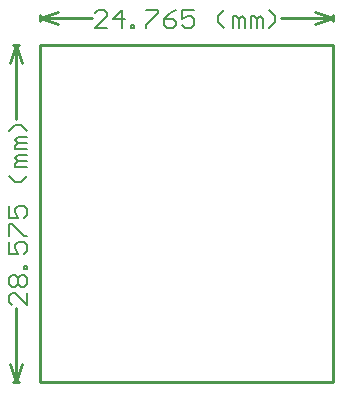
<source format=gko>
G04 Layer_Color=16711935*
%FSLAX25Y25*%
%MOIN*%
G70*
G01*
G75*
%ADD14C,0.01000*%
%ADD29C,0.00600*%
D14*
X366000Y212500D02*
X368000D01*
X366000Y100000D02*
X368000D01*
X367000Y212500D02*
X369000Y206500D01*
X365000D02*
X367000Y212500D01*
Y100000D02*
X369000Y106000D01*
X365000D02*
X367000Y100000D01*
Y187840D02*
Y212500D01*
Y100000D02*
Y124660D01*
X472500Y220500D02*
Y222500D01*
X375000Y220500D02*
Y222500D01*
X466500Y219500D02*
X472500Y221500D01*
X466500Y223500D02*
X472500Y221500D01*
X375000D02*
X381000Y219500D01*
X375000Y221500D02*
X381000Y223500D01*
X455340Y221500D02*
X472500D01*
X375000D02*
X392160D01*
X375000Y100000D02*
Y212500D01*
X472500D01*
Y100000D02*
Y212500D01*
X375000Y100000D02*
X472500D01*
D29*
X370599Y129658D02*
Y125660D01*
X366600Y129658D01*
X365601D01*
X364601Y128659D01*
Y126659D01*
X365601Y125660D01*
Y131658D02*
X364601Y132657D01*
Y134657D01*
X365601Y135656D01*
X366600D01*
X367600Y134657D01*
X368600Y135656D01*
X369599D01*
X370599Y134657D01*
Y132657D01*
X369599Y131658D01*
X368600D01*
X367600Y132657D01*
X366600Y131658D01*
X365601D01*
X367600Y132657D02*
Y134657D01*
X370599Y137656D02*
X369599D01*
Y138655D01*
X370599D01*
Y137656D01*
X364601Y146653D02*
Y142654D01*
X367600D01*
X366600Y144653D01*
Y145653D01*
X367600Y146653D01*
X369599D01*
X370599Y145653D01*
Y143654D01*
X369599Y142654D01*
X364601Y148652D02*
Y152651D01*
X365601D01*
X369599Y148652D01*
X370599D01*
X364601Y158649D02*
Y154650D01*
X367600D01*
X366600Y156650D01*
Y157649D01*
X367600Y158649D01*
X369599D01*
X370599Y157649D01*
Y155650D01*
X369599Y154650D01*
X370599Y168646D02*
X368600Y166646D01*
X366600D01*
X364601Y168646D01*
X370599Y171645D02*
X366600D01*
Y172644D01*
X367600Y173644D01*
X370599D01*
X367600D01*
X366600Y174644D01*
X367600Y175644D01*
X370599D01*
Y177643D02*
X366600D01*
Y178643D01*
X367600Y179642D01*
X370599D01*
X367600D01*
X366600Y180642D01*
X367600Y181642D01*
X370599D01*
Y183641D02*
X368600Y185640D01*
X366600D01*
X364601Y183641D01*
X397158Y217901D02*
X393160D01*
X397158Y221900D01*
Y222899D01*
X396159Y223899D01*
X394159D01*
X393160Y222899D01*
X402157Y217901D02*
Y223899D01*
X399158Y220900D01*
X403157D01*
X405156Y217901D02*
Y218901D01*
X406155D01*
Y217901D01*
X405156D01*
X410154Y223899D02*
X414153D01*
Y222899D01*
X410154Y218901D01*
Y217901D01*
X420151Y223899D02*
X418152Y222899D01*
X416152Y220900D01*
Y218901D01*
X417152Y217901D01*
X419151D01*
X420151Y218901D01*
Y219900D01*
X419151Y220900D01*
X416152D01*
X426149Y223899D02*
X422150D01*
Y220900D01*
X424150Y221900D01*
X425149D01*
X426149Y220900D01*
Y218901D01*
X425149Y217901D01*
X423150D01*
X422150Y218901D01*
X436146Y217901D02*
X434146Y219900D01*
Y221900D01*
X436146Y223899D01*
X439145Y217901D02*
Y221900D01*
X440144D01*
X441144Y220900D01*
Y217901D01*
Y220900D01*
X442144Y221900D01*
X443144Y220900D01*
Y217901D01*
X445143D02*
Y221900D01*
X446143D01*
X447142Y220900D01*
Y217901D01*
Y220900D01*
X448142Y221900D01*
X449142Y220900D01*
Y217901D01*
X451141D02*
X453140Y219900D01*
Y221900D01*
X451141Y223899D01*
M02*

</source>
